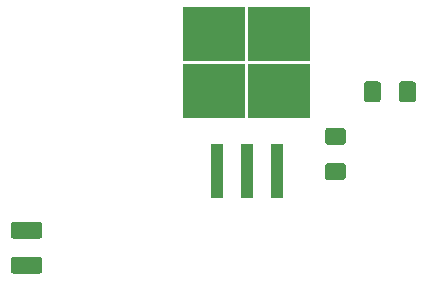
<source format=gbr>
G04 #@! TF.GenerationSoftware,KiCad,Pcbnew,(5.0.2)-1*
G04 #@! TF.CreationDate,2020-09-24T18:59:20-07:00*
G04 #@! TF.ProjectId,mouse_v2,6d6f7573-655f-4763-922e-6b696361645f,rev?*
G04 #@! TF.SameCoordinates,Original*
G04 #@! TF.FileFunction,Paste,Top*
G04 #@! TF.FilePolarity,Positive*
%FSLAX46Y46*%
G04 Gerber Fmt 4.6, Leading zero omitted, Abs format (unit mm)*
G04 Created by KiCad (PCBNEW (5.0.2)-1) date 9/24/2020 6:59:20 PM*
%MOMM*%
%LPD*%
G01*
G04 APERTURE LIST*
%ADD10C,0.100000*%
%ADD11C,1.425000*%
%ADD12R,1.100000X4.600000*%
%ADD13R,5.250000X4.550000*%
G04 APERTURE END LIST*
D10*
G04 #@! TO.C,C2*
G36*
X190225004Y-63896204D02*
X190249273Y-63899804D01*
X190273071Y-63905765D01*
X190296171Y-63914030D01*
X190318349Y-63924520D01*
X190339393Y-63937133D01*
X190359098Y-63951747D01*
X190377277Y-63968223D01*
X190393753Y-63986402D01*
X190408367Y-64006107D01*
X190420980Y-64027151D01*
X190431470Y-64049329D01*
X190439735Y-64072429D01*
X190445696Y-64096227D01*
X190449296Y-64120496D01*
X190450500Y-64145000D01*
X190450500Y-65395000D01*
X190449296Y-65419504D01*
X190445696Y-65443773D01*
X190439735Y-65467571D01*
X190431470Y-65490671D01*
X190420980Y-65512849D01*
X190408367Y-65533893D01*
X190393753Y-65553598D01*
X190377277Y-65571777D01*
X190359098Y-65588253D01*
X190339393Y-65602867D01*
X190318349Y-65615480D01*
X190296171Y-65625970D01*
X190273071Y-65634235D01*
X190249273Y-65640196D01*
X190225004Y-65643796D01*
X190200500Y-65645000D01*
X189275500Y-65645000D01*
X189250996Y-65643796D01*
X189226727Y-65640196D01*
X189202929Y-65634235D01*
X189179829Y-65625970D01*
X189157651Y-65615480D01*
X189136607Y-65602867D01*
X189116902Y-65588253D01*
X189098723Y-65571777D01*
X189082247Y-65553598D01*
X189067633Y-65533893D01*
X189055020Y-65512849D01*
X189044530Y-65490671D01*
X189036265Y-65467571D01*
X189030304Y-65443773D01*
X189026704Y-65419504D01*
X189025500Y-65395000D01*
X189025500Y-64145000D01*
X189026704Y-64120496D01*
X189030304Y-64096227D01*
X189036265Y-64072429D01*
X189044530Y-64049329D01*
X189055020Y-64027151D01*
X189067633Y-64006107D01*
X189082247Y-63986402D01*
X189098723Y-63968223D01*
X189116902Y-63951747D01*
X189136607Y-63937133D01*
X189157651Y-63924520D01*
X189179829Y-63914030D01*
X189202929Y-63905765D01*
X189226727Y-63899804D01*
X189250996Y-63896204D01*
X189275500Y-63895000D01*
X190200500Y-63895000D01*
X190225004Y-63896204D01*
X190225004Y-63896204D01*
G37*
D11*
X189738000Y-64770000D03*
D10*
G36*
X187250004Y-63896204D02*
X187274273Y-63899804D01*
X187298071Y-63905765D01*
X187321171Y-63914030D01*
X187343349Y-63924520D01*
X187364393Y-63937133D01*
X187384098Y-63951747D01*
X187402277Y-63968223D01*
X187418753Y-63986402D01*
X187433367Y-64006107D01*
X187445980Y-64027151D01*
X187456470Y-64049329D01*
X187464735Y-64072429D01*
X187470696Y-64096227D01*
X187474296Y-64120496D01*
X187475500Y-64145000D01*
X187475500Y-65395000D01*
X187474296Y-65419504D01*
X187470696Y-65443773D01*
X187464735Y-65467571D01*
X187456470Y-65490671D01*
X187445980Y-65512849D01*
X187433367Y-65533893D01*
X187418753Y-65553598D01*
X187402277Y-65571777D01*
X187384098Y-65588253D01*
X187364393Y-65602867D01*
X187343349Y-65615480D01*
X187321171Y-65625970D01*
X187298071Y-65634235D01*
X187274273Y-65640196D01*
X187250004Y-65643796D01*
X187225500Y-65645000D01*
X186300500Y-65645000D01*
X186275996Y-65643796D01*
X186251727Y-65640196D01*
X186227929Y-65634235D01*
X186204829Y-65625970D01*
X186182651Y-65615480D01*
X186161607Y-65602867D01*
X186141902Y-65588253D01*
X186123723Y-65571777D01*
X186107247Y-65553598D01*
X186092633Y-65533893D01*
X186080020Y-65512849D01*
X186069530Y-65490671D01*
X186061265Y-65467571D01*
X186055304Y-65443773D01*
X186051704Y-65419504D01*
X186050500Y-65395000D01*
X186050500Y-64145000D01*
X186051704Y-64120496D01*
X186055304Y-64096227D01*
X186061265Y-64072429D01*
X186069530Y-64049329D01*
X186080020Y-64027151D01*
X186092633Y-64006107D01*
X186107247Y-63986402D01*
X186123723Y-63968223D01*
X186141902Y-63951747D01*
X186161607Y-63937133D01*
X186182651Y-63924520D01*
X186204829Y-63914030D01*
X186227929Y-63905765D01*
X186251727Y-63899804D01*
X186275996Y-63896204D01*
X186300500Y-63895000D01*
X187225500Y-63895000D01*
X187250004Y-63896204D01*
X187250004Y-63896204D01*
G37*
D11*
X186763000Y-64770000D03*
G04 #@! TD*
D10*
G04 #@! TO.C,C4*
G36*
X158579504Y-75779204D02*
X158603773Y-75782804D01*
X158627571Y-75788765D01*
X158650671Y-75797030D01*
X158672849Y-75807520D01*
X158693893Y-75820133D01*
X158713598Y-75834747D01*
X158731777Y-75851223D01*
X158748253Y-75869402D01*
X158762867Y-75889107D01*
X158775480Y-75910151D01*
X158785970Y-75932329D01*
X158794235Y-75955429D01*
X158800196Y-75979227D01*
X158803796Y-76003496D01*
X158805000Y-76028000D01*
X158805000Y-76953000D01*
X158803796Y-76977504D01*
X158800196Y-77001773D01*
X158794235Y-77025571D01*
X158785970Y-77048671D01*
X158775480Y-77070849D01*
X158762867Y-77091893D01*
X158748253Y-77111598D01*
X158731777Y-77129777D01*
X158713598Y-77146253D01*
X158693893Y-77160867D01*
X158672849Y-77173480D01*
X158650671Y-77183970D01*
X158627571Y-77192235D01*
X158603773Y-77198196D01*
X158579504Y-77201796D01*
X158555000Y-77203000D01*
X156405000Y-77203000D01*
X156380496Y-77201796D01*
X156356227Y-77198196D01*
X156332429Y-77192235D01*
X156309329Y-77183970D01*
X156287151Y-77173480D01*
X156266107Y-77160867D01*
X156246402Y-77146253D01*
X156228223Y-77129777D01*
X156211747Y-77111598D01*
X156197133Y-77091893D01*
X156184520Y-77070849D01*
X156174030Y-77048671D01*
X156165765Y-77025571D01*
X156159804Y-77001773D01*
X156156204Y-76977504D01*
X156155000Y-76953000D01*
X156155000Y-76028000D01*
X156156204Y-76003496D01*
X156159804Y-75979227D01*
X156165765Y-75955429D01*
X156174030Y-75932329D01*
X156184520Y-75910151D01*
X156197133Y-75889107D01*
X156211747Y-75869402D01*
X156228223Y-75851223D01*
X156246402Y-75834747D01*
X156266107Y-75820133D01*
X156287151Y-75807520D01*
X156309329Y-75797030D01*
X156332429Y-75788765D01*
X156356227Y-75782804D01*
X156380496Y-75779204D01*
X156405000Y-75778000D01*
X158555000Y-75778000D01*
X158579504Y-75779204D01*
X158579504Y-75779204D01*
G37*
D11*
X157480000Y-76490500D03*
D10*
G36*
X158579504Y-78754204D02*
X158603773Y-78757804D01*
X158627571Y-78763765D01*
X158650671Y-78772030D01*
X158672849Y-78782520D01*
X158693893Y-78795133D01*
X158713598Y-78809747D01*
X158731777Y-78826223D01*
X158748253Y-78844402D01*
X158762867Y-78864107D01*
X158775480Y-78885151D01*
X158785970Y-78907329D01*
X158794235Y-78930429D01*
X158800196Y-78954227D01*
X158803796Y-78978496D01*
X158805000Y-79003000D01*
X158805000Y-79928000D01*
X158803796Y-79952504D01*
X158800196Y-79976773D01*
X158794235Y-80000571D01*
X158785970Y-80023671D01*
X158775480Y-80045849D01*
X158762867Y-80066893D01*
X158748253Y-80086598D01*
X158731777Y-80104777D01*
X158713598Y-80121253D01*
X158693893Y-80135867D01*
X158672849Y-80148480D01*
X158650671Y-80158970D01*
X158627571Y-80167235D01*
X158603773Y-80173196D01*
X158579504Y-80176796D01*
X158555000Y-80178000D01*
X156405000Y-80178000D01*
X156380496Y-80176796D01*
X156356227Y-80173196D01*
X156332429Y-80167235D01*
X156309329Y-80158970D01*
X156287151Y-80148480D01*
X156266107Y-80135867D01*
X156246402Y-80121253D01*
X156228223Y-80104777D01*
X156211747Y-80086598D01*
X156197133Y-80066893D01*
X156184520Y-80045849D01*
X156174030Y-80023671D01*
X156165765Y-80000571D01*
X156159804Y-79976773D01*
X156156204Y-79952504D01*
X156155000Y-79928000D01*
X156155000Y-79003000D01*
X156156204Y-78978496D01*
X156159804Y-78954227D01*
X156165765Y-78930429D01*
X156174030Y-78907329D01*
X156184520Y-78885151D01*
X156197133Y-78864107D01*
X156211747Y-78844402D01*
X156228223Y-78826223D01*
X156246402Y-78809747D01*
X156266107Y-78795133D01*
X156287151Y-78782520D01*
X156309329Y-78772030D01*
X156332429Y-78763765D01*
X156356227Y-78757804D01*
X156380496Y-78754204D01*
X156405000Y-78753000D01*
X158555000Y-78753000D01*
X158579504Y-78754204D01*
X158579504Y-78754204D01*
G37*
D11*
X157480000Y-79465500D03*
G04 #@! TD*
D10*
G04 #@! TO.C,C9*
G36*
X184291504Y-70812564D02*
X184315773Y-70816164D01*
X184339571Y-70822125D01*
X184362671Y-70830390D01*
X184384849Y-70840880D01*
X184405893Y-70853493D01*
X184425598Y-70868107D01*
X184443777Y-70884583D01*
X184460253Y-70902762D01*
X184474867Y-70922467D01*
X184487480Y-70943511D01*
X184497970Y-70965689D01*
X184506235Y-70988789D01*
X184512196Y-71012587D01*
X184515796Y-71036856D01*
X184517000Y-71061360D01*
X184517000Y-71986360D01*
X184515796Y-72010864D01*
X184512196Y-72035133D01*
X184506235Y-72058931D01*
X184497970Y-72082031D01*
X184487480Y-72104209D01*
X184474867Y-72125253D01*
X184460253Y-72144958D01*
X184443777Y-72163137D01*
X184425598Y-72179613D01*
X184405893Y-72194227D01*
X184384849Y-72206840D01*
X184362671Y-72217330D01*
X184339571Y-72225595D01*
X184315773Y-72231556D01*
X184291504Y-72235156D01*
X184267000Y-72236360D01*
X183017000Y-72236360D01*
X182992496Y-72235156D01*
X182968227Y-72231556D01*
X182944429Y-72225595D01*
X182921329Y-72217330D01*
X182899151Y-72206840D01*
X182878107Y-72194227D01*
X182858402Y-72179613D01*
X182840223Y-72163137D01*
X182823747Y-72144958D01*
X182809133Y-72125253D01*
X182796520Y-72104209D01*
X182786030Y-72082031D01*
X182777765Y-72058931D01*
X182771804Y-72035133D01*
X182768204Y-72010864D01*
X182767000Y-71986360D01*
X182767000Y-71061360D01*
X182768204Y-71036856D01*
X182771804Y-71012587D01*
X182777765Y-70988789D01*
X182786030Y-70965689D01*
X182796520Y-70943511D01*
X182809133Y-70922467D01*
X182823747Y-70902762D01*
X182840223Y-70884583D01*
X182858402Y-70868107D01*
X182878107Y-70853493D01*
X182899151Y-70840880D01*
X182921329Y-70830390D01*
X182944429Y-70822125D01*
X182968227Y-70816164D01*
X182992496Y-70812564D01*
X183017000Y-70811360D01*
X184267000Y-70811360D01*
X184291504Y-70812564D01*
X184291504Y-70812564D01*
G37*
D11*
X183642000Y-71523860D03*
D10*
G36*
X184291504Y-67837564D02*
X184315773Y-67841164D01*
X184339571Y-67847125D01*
X184362671Y-67855390D01*
X184384849Y-67865880D01*
X184405893Y-67878493D01*
X184425598Y-67893107D01*
X184443777Y-67909583D01*
X184460253Y-67927762D01*
X184474867Y-67947467D01*
X184487480Y-67968511D01*
X184497970Y-67990689D01*
X184506235Y-68013789D01*
X184512196Y-68037587D01*
X184515796Y-68061856D01*
X184517000Y-68086360D01*
X184517000Y-69011360D01*
X184515796Y-69035864D01*
X184512196Y-69060133D01*
X184506235Y-69083931D01*
X184497970Y-69107031D01*
X184487480Y-69129209D01*
X184474867Y-69150253D01*
X184460253Y-69169958D01*
X184443777Y-69188137D01*
X184425598Y-69204613D01*
X184405893Y-69219227D01*
X184384849Y-69231840D01*
X184362671Y-69242330D01*
X184339571Y-69250595D01*
X184315773Y-69256556D01*
X184291504Y-69260156D01*
X184267000Y-69261360D01*
X183017000Y-69261360D01*
X182992496Y-69260156D01*
X182968227Y-69256556D01*
X182944429Y-69250595D01*
X182921329Y-69242330D01*
X182899151Y-69231840D01*
X182878107Y-69219227D01*
X182858402Y-69204613D01*
X182840223Y-69188137D01*
X182823747Y-69169958D01*
X182809133Y-69150253D01*
X182796520Y-69129209D01*
X182786030Y-69107031D01*
X182777765Y-69083931D01*
X182771804Y-69060133D01*
X182768204Y-69035864D01*
X182767000Y-69011360D01*
X182767000Y-68086360D01*
X182768204Y-68061856D01*
X182771804Y-68037587D01*
X182777765Y-68013789D01*
X182786030Y-67990689D01*
X182796520Y-67968511D01*
X182809133Y-67947467D01*
X182823747Y-67927762D01*
X182840223Y-67909583D01*
X182858402Y-67893107D01*
X182878107Y-67878493D01*
X182899151Y-67865880D01*
X182921329Y-67855390D01*
X182944429Y-67847125D01*
X182968227Y-67841164D01*
X182992496Y-67837564D01*
X183017000Y-67836360D01*
X184267000Y-67836360D01*
X184291504Y-67837564D01*
X184291504Y-67837564D01*
G37*
D11*
X183642000Y-68548860D03*
G04 #@! TD*
D12*
G04 #@! TO.C,U3*
X173575980Y-71441620D03*
X176115980Y-71441620D03*
X178655980Y-71441620D03*
D13*
X178890980Y-59866620D03*
X173340980Y-64716620D03*
X173340980Y-59866620D03*
X178890980Y-64716620D03*
G04 #@! TD*
M02*

</source>
